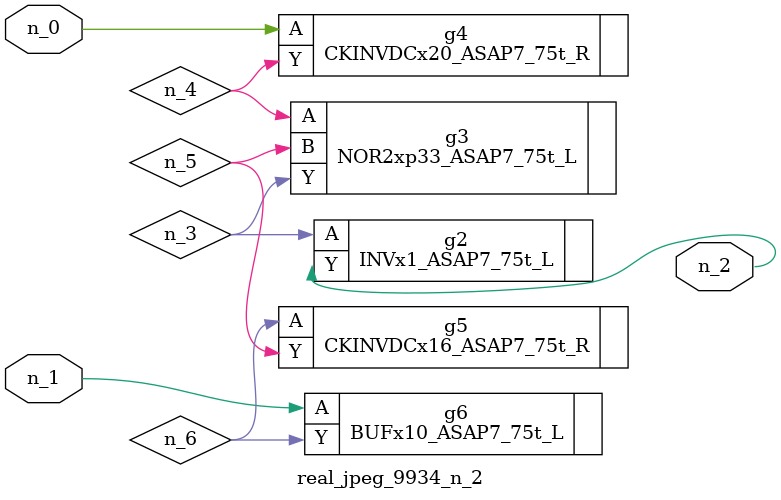
<source format=v>
module real_jpeg_9934_n_2 (n_1, n_0, n_2);

input n_1;
input n_0;

output n_2;

wire n_5;
wire n_4;
wire n_6;
wire n_3;

CKINVDCx20_ASAP7_75t_R g4 ( 
.A(n_0),
.Y(n_4)
);

BUFx10_ASAP7_75t_L g6 ( 
.A(n_1),
.Y(n_6)
);

INVx1_ASAP7_75t_L g2 ( 
.A(n_3),
.Y(n_2)
);

NOR2xp33_ASAP7_75t_L g3 ( 
.A(n_4),
.B(n_5),
.Y(n_3)
);

CKINVDCx16_ASAP7_75t_R g5 ( 
.A(n_6),
.Y(n_5)
);


endmodule
</source>
